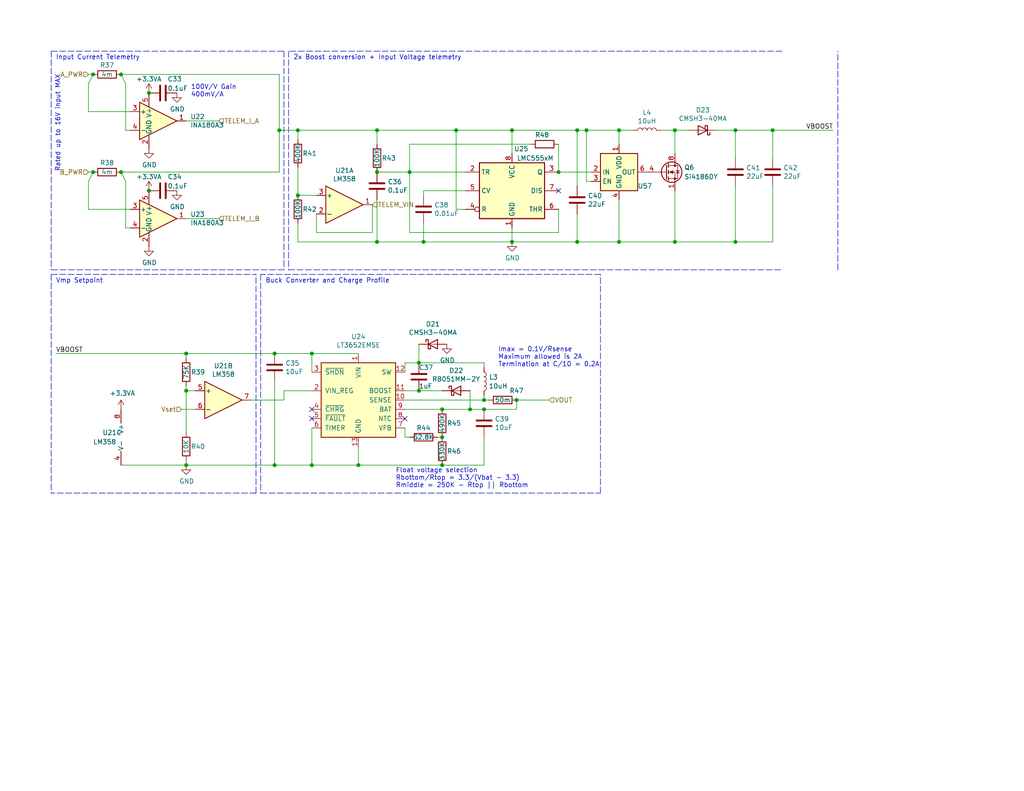
<source format=kicad_sch>
(kicad_sch (version 20211123) (generator eeschema)
  (paper "USLetter")
  (title_block (title "TJ Custom EPS") (rev "0.1") (company "TJHSST Nanosatellite Club") (comment 1 "Buck-Boost MPPT Converter") (comment 2 "Boosts voltage by a factor of two before feeding into an MPPT buck IC") (comment 4 "Engineer: Alan Hsu"))
  (lib_symbols
    (symbol "Amplifier_Current:INA138" (pin_names (offset 0.127))
      (property "Reference" "U" (at 3.81 5.08 0))
      (property "Value" "INA138" (at 3.81 2.54 0))
      (symbol "INA138_0_1"
        (polyline (pts (xy -5.08 5.08) (xy 5.08 0) (xy -5.08 -5.08) (xy -5.08 5.08)) (stroke (width 0.254)) (fill (type background)))
      )
      (symbol "INA138_1_1"
        (pin output line (at 7.62 0 180) (length 2.54) (name "~") (number "1"))
        (pin power_in line (at -2.54 -7.62 90) (length 3.81) (name "GND") (number "2"))
        (pin input line (at -7.62 2.54 0) (length 2.54) (name "+") (number "3"))
        (pin input line (at -7.62 -2.54 0) (length 2.54) (name "-") (number "4"))
        (pin power_in line (at -2.54 7.62 270) (length 3.81) (name "V+") (number "5"))
      )
    )
    (symbol "Amplifier_Operational:LM358" (pin_names (offset 0.127))
      (property "Reference" "U" (at 0 5.08 0))
      (property "Value" "LM358" (at 0 -5.08 0))
      (symbol "LM358_1_1"
        (polyline (pts (xy -5.08 5.08) (xy 5.08 0) (xy -5.08 -5.08) (xy -5.08 5.08)) (stroke (width 0.254)) (fill (type background)))
        (pin output line (at 7.62 0 180) (length 2.54) (name "~") (number "1"))
        (pin input line (at -7.62 -2.54 0) (length 2.54) (name "-") (number "2"))
        (pin input line (at -7.62 2.54 0) (length 2.54) (name "+") (number "3"))
      )
      (symbol "LM358_2_1"
        (polyline (pts (xy -5.08 5.08) (xy 5.08 0) (xy -5.08 -5.08) (xy -5.08 5.08)) (stroke (width 0.254)) (fill (type background)))
        (pin input line (at -7.62 2.54 0) (length 2.54) (name "+") (number "5"))
        (pin input line (at -7.62 -2.54 0) (length 2.54) (name "-") (number "6"))
        (pin output line (at 7.62 0 180) (length 2.54) (name "~") (number "7"))
      )
      (symbol "LM358_3_1"
        (pin power_in line (at -2.54 -7.62 90) (length 3.81) (name "V-") (number "4"))
        (pin power_in line (at -2.54 7.62 270) (length 3.81) (name "V+") (number "8"))
      )
    )
    (symbol "Battery_Management:LT3652EMSE" (pin_names (offset 1.016))
      (property "Reference" "U" (at -8.382 11.43 0))
      (property "Value" "LT3652EMSE" (at 1.778 11.684 0))
      (symbol "LT3652EMSE_0_1"
        (rectangle (start -10.16 10.16) (end 10.16 -10.16) (stroke (width 0.254)) (fill (type background)))
      )
      (symbol "LT3652EMSE_1_1"
        (pin power_in line (at 0 12.7 270) (length 2.54) (name "VIN") (number "1"))
        (pin input line (at 12.7 0 180) (length 2.54) (name "SENSE") (number "10"))
        (pin input line (at 12.7 2.54 180) (length 2.54) (name "BOOST") (number "11"))
        (pin output line (at 12.7 7.62 180) (length 2.54) (name "SW") (number "12"))
        (pin power_in line (at 0 -12.7 90) (length 2.54) (name "GND") (number "13"))
        (pin input line (at -12.7 2.54 0) (length 2.54) (name "VIN_REG") (number "2"))
        (pin input line (at -12.7 7.62 0) (length 2.54) (name "~{SHDN}") (number "3"))
        (pin open_collector line (at -12.7 -2.54 0) (length 2.54) (name "~{CHRG}") (number "4"))
        (pin open_collector line (at -12.7 -5.08 0) (length 2.54) (name "~{FAULT}") (number "5"))
        (pin output line (at -12.7 -7.62 0) (length 2.54) (name "TIMER") (number "6"))
        (pin input line (at 12.7 -7.62 180) (length 2.54) (name "VFB") (number "7"))
        (pin input line (at 12.7 -5.08 180) (length 2.54) (name "NTC") (number "8"))
        (pin output line (at 12.7 -2.54 180) (length 2.54) (name "BAT") (number "9"))
      )
    )
    (symbol "Device:C" (pin_numbers hide) (pin_names (offset 0.254))
      (property "Reference" "C" (at 0.635 2.54 0))
      (property "Value" "C" (at 0.635 -2.54 0))
      (symbol "C_0_1"
        (polyline (pts (xy -2.032 -0.762) (xy 2.032 -0.762)) (stroke (width 0.508)))
        (polyline (pts (xy -2.032 0.762) (xy 2.032 0.762)) (stroke (width 0.508)))
      )
      (symbol "C_1_1"
        (pin passive line (at 0 3.81 270) (length 2.794) (name "~") (number "1"))
        (pin passive line (at 0 -3.81 90) (length 2.794) (name "~") (number "2"))
      )
    )
    (symbol "Device:D_Schottky" (pin_numbers hide) (pin_names (offset 1.016) hide)
      (property "Reference" "D" (at 0 2.54 0))
      (property "Value" "D_Schottky" (at 0 -2.54 0))
      (symbol "D_Schottky_0_1"
        (polyline (pts (xy 1.27 0) (xy -1.27 0)))
        (polyline (pts (xy 1.27 1.27) (xy 1.27 -1.27) (xy -1.27 0) (xy 1.27 1.27)) (stroke (width 0.254)))
        (polyline (pts (xy -1.905 0.635) (xy -1.905 1.27) (xy -1.27 1.27) (xy -1.27 -1.27) (xy -0.635 -1.27) (xy -0.635 -0.635)) (stroke (width 0.254)))
      )
      (symbol "D_Schottky_1_1"
        (pin passive line (at -3.81 0 0) (length 2.54) (name "K") (number "1"))
        (pin passive line (at 3.81 0 180) (length 2.54) (name "A") (number "2"))
      )
    )
    (symbol "Device:L" (pin_numbers hide) (pin_names (offset 1.016) hide)
      (property "Reference" "L" (at -1.27 0 90))
      (property "Value" "L" (at 1.905 0 90))
      (symbol "L_0_1"
        (arc (start 0 -2.54) (mid 0.635 -1.905) (end 0 -1.27))
        (arc (start 0 -1.27) (mid 0.635 -0.635) (end 0 0))
        (arc (start 0 0) (mid 0.635 0.635) (end 0 1.27))
        (arc (start 0 1.27) (mid 0.635 1.905) (end 0 2.54))
      )
      (symbol "L_1_1"
        (pin passive line (at 0 3.81 270) (length 1.27) (name "1") (number "1"))
        (pin passive line (at 0 -3.81 90) (length 1.27) (name "2") (number "2"))
      )
    )
    (symbol "Device:R" (pin_numbers hide) (pin_names (offset 0))
      (property "Reference" "R" (at 2.032 0 90))
      (property "Value" "R" (at 0 0 90))
      (symbol "R_0_1"
        (rectangle (start -1.016 -2.54) (end 1.016 2.54) (stroke (width 0.254)))
      )
      (symbol "R_1_1"
        (pin passive line (at 0 3.81 270) (length 1.27) (name "~") (number "1"))
        (pin passive line (at 0 -3.81 90) (length 1.27) (name "~") (number "2"))
      )
    )
    (symbol "Driver_FET:MCP14A0902xMNY"
      (property "Reference" "U" (at -7.62 8.89 0))
      (property "Value" "MCP14A0902xMNY" (at 1.27 8.89 0))
      (symbol "MCP14A0902xMNY_1_1"
        (rectangle (start -5.08 -5.08) (end 5.08 5.08) (stroke (width 0.254)) (fill (type background)))
        (pin power_in line (at 0 7.62 270) (length 2.54) (name "VDD") (number "1"))
        (pin input line (at -7.62 0 0) (length 2.54) (name "IN") (number "2"))
        (pin input line (at -7.62 -2.54 0) (length 2.54) (name "EN") (number "3"))
        (pin power_in line (at 0 -7.62 90) (length 2.54) (name "GND") (number "4"))
        (pin passive line (at 0 -7.62 90) (length 2.54) hide (name "GND") (number "5"))
        (pin output line (at 7.62 0 180) (length 2.54) (name "OUT") (number "6"))
        (pin passive line (at 7.62 0 180) (length 2.54) hide (name "OUT") (number "7"))
        (pin passive line (at 0 7.62 270) (length 2.54) hide (name "VDD") (number "8"))
        (pin passive line (at 0 -7.62 90) (length 2.54) hide (name "GND") (number "9"))
      )
    )
    (symbol "Timer:LMC555xM"
      (property "Reference" "U" (at -10.16 8.89 0))
      (property "Value" "LMC555xM" (at 2.54 8.89 0))
      (symbol "LMC555xM_0_0"
        (pin power_in line (at 0 -10.16 90) (length 2.54) (name "GND") (number "1"))
        (pin power_in line (at 0 10.16 270) (length 2.54) (name "VCC") (number "8"))
      )
      (symbol "LMC555xM_0_1"
        (rectangle (start -8.89 -7.62) (end 8.89 7.62) (stroke (width 0.254)) (fill (type background)))
        (rectangle (start -8.89 -7.62) (end 8.89 7.62) (stroke (width 0.254)) (fill (type background)))
      )
      (symbol "LMC555xM_1_1"
        (pin input line (at -12.7 5.08 0) (length 3.81) (name "TR") (number "2"))
        (pin output line (at 12.7 5.08 180) (length 3.81) (name "Q") (number "3"))
        (pin input inverted (at -12.7 -5.08 0) (length 3.81) (name "R") (number "4"))
        (pin input line (at -12.7 0 0) (length 3.81) (name "CV") (number "5"))
        (pin input line (at 12.7 -5.08 180) (length 3.81) (name "THR") (number "6"))
        (pin input line (at 12.7 0 180) (length 3.81) (name "DIS") (number "7"))
      )
    )
    (symbol "Transistor_FET:Si4162DY" (pin_names hide)
      (property "Reference" "Q" (at 5.08 2.54 0))
      (property "Value" "Si4162DY" (at 5.08 0 0))
      (symbol "Si4162DY_0_1"
        (polyline (pts (xy 0.254 0) (xy -2.54 0)))
        (polyline (pts (xy 0.254 1.905) (xy 0.254 -1.905)) (stroke (width 0.254)))
        (polyline (pts (xy 0.762 -1.27) (xy 0.762 -2.286)) (stroke (width 0.254)))
        (polyline (pts (xy 0.762 0.508) (xy 0.762 -0.508)) (stroke (width 0.254)))
        (polyline (pts (xy 0.762 2.286) (xy 0.762 1.27)) (stroke (width 0.254)))
        (polyline (pts (xy 2.54 2.54) (xy 2.54 1.778)))
        (polyline (pts (xy 2.54 -2.54) (xy 2.54 0) (xy 0.762 0)))
        (polyline (pts (xy 0.762 -1.778) (xy 3.302 -1.778) (xy 3.302 1.778) (xy 0.762 1.778)))
        (polyline (pts (xy 1.016 0) (xy 2.032 0.381) (xy 2.032 -0.381) (xy 1.016 0)) (fill (type outline)))
        (polyline (pts (xy 2.794 0.508) (xy 2.921 0.381) (xy 3.683 0.381) (xy 3.81 0.254)))
        (polyline (pts (xy 3.302 0.381) (xy 2.921 -0.254) (xy 3.683 -0.254) (xy 3.302 0.381)))
        (circle (center 1.651 0) (radius 2.794) (stroke (width 0.254)))
        (circle (center 2.54 -1.778) (radius 0.254) (fill (type outline)))
        (circle (center 2.54 1.778) (radius 0.254) (fill (type outline)))
      )
      (symbol "Si4162DY_1_1"
        (pin passive line (at 2.54 -5.08 90) (length 2.54) (name "S") (number "1"))
        (pin passive line (at 2.54 -5.08 90) (length 2.54) hide (name "S") (number "2"))
        (pin passive line (at 2.54 -5.08 90) (length 2.54) hide (name "S") (number "3"))
        (pin input line (at -5.08 0 0) (length 2.54) (name "G") (number "4"))
        (pin passive line (at 2.54 5.08 270) (length 2.54) hide (name "D") (number "5"))
        (pin passive line (at 2.54 5.08 270) (length 2.54) hide (name "D") (number "6"))
        (pin passive line (at 2.54 5.08 270) (length 2.54) hide (name "D") (number "7"))
        (pin passive line (at 2.54 5.08 270) (length 2.54) (name "D") (number "8"))
      )
    )
    (symbol "power:+3.3VA" (power) (pin_names (offset 0))
      (property "Value" "+3.3VA" (at 0 3.556 0))
      (symbol "+3.3VA_0_1"
        (polyline (pts (xy -0.762 1.27) (xy 0 2.54)))
        (polyline (pts (xy 0 0) (xy 0 2.54)))
        (polyline (pts (xy 0 2.54) (xy 0.762 1.27)))
      )
      (symbol "+3.3VA_1_1"
        (pin power_in line (at 0 0 90) (length 0) hide (name "+3.3VA") (number "1"))
      )
    )
    (symbol "power:GND" (power) (pin_names (offset 0))
      (property "Value" "GND" (at 0 -3.81 0))
      (symbol "GND_0_1"
        (polyline (pts (xy 0 0) (xy 0 -1.27) (xy 1.27 -1.27) (xy 0 -2.54) (xy -1.27 -1.27) (xy 0 -1.27)))
      )
      (symbol "GND_1_1"
        (pin power_in line (at 0 0 270) (length 0) hide (name "GND") (number "1"))
      )
    )
  )
  (junction (at 25.4 20.32))
  (junction (at 25.4 46.99))
  (junction (at 124.46 35.56))
  (junction (at 152.4 46.99))
  (junction (at 81.28 53.34))
  (junction (at 102.87 35.56))
  (junction (at 120.65 127))
  (junction (at 157.48 35.56))
  (junction (at 74.93 96.52))
  (junction (at 85.09 96.52))
  (junction (at 139.7 35.56))
  (junction (at 168.91 66.04))
  (junction (at 132.08 111.76))
  (junction (at 81.28 35.56))
  (junction (at 160.02 35.56))
  (junction (at 115.57 66.04))
  (junction (at 132.08 109.22))
  (junction (at 102.87 46.99))
  (junction (at 168.91 35.56))
  (junction (at 120.65 119.38))
  (junction (at 50.8 106.68))
  (junction (at 140.97 109.22))
  (junction (at 111.76 46.99))
  (junction (at 210.82 35.56))
  (junction (at 114.3 106.68))
  (junction (at 200.66 66.04))
  (junction (at 120.65 111.76))
  (junction (at 200.66 35.56))
  (junction (at 184.15 66.04))
  (junction (at 97.79 127))
  (junction (at 40.64 52.07))
  (junction (at 139.7 66.04))
  (junction (at 114.3 99.06))
  (junction (at 184.15 35.56))
  (junction (at 85.09 127))
  (junction (at 102.87 66.04))
  (junction (at 128.27 111.76))
  (junction (at 40.64 25.4))
  (junction (at 33.02 20.32))
  (junction (at 33.02 46.99))
  (junction (at 74.93 127))
  (junction (at 157.48 66.04))
  (junction (at 50.8 96.52))
  (junction (at 76.2 35.56))
  (junction (at 50.8 127))
  (no_connect (at 85.09 114.3))
  (no_connect (at 85.09 111.76))
  (no_connect (at 152.4 52.07))
  (no_connect (at 110.49 114.3))
  (wire (pts (xy 33.02 20.32) (xy 76.2 20.32)))
  (wire (pts (xy 77.47 109.22) (xy 77.47 106.68)))
  (wire (pts (xy 132.08 109.22) (xy 132.08 107.95)))
  (polyline (pts (xy 228.6 73.66) (xy 228.6 13.97)))
  (wire (pts (xy 114.3 99.06) (xy 132.08 99.06)))
  (wire (pts (xy 33.02 127) (xy 50.8 127)))
  (wire (pts (xy 102.87 66.04) (xy 115.57 66.04)))
  (wire (pts (xy 124.46 57.15) (xy 127 57.15)))
  (wire (pts (xy 157.48 35.56) (xy 157.48 50.8)))
  (polyline (pts (xy 213.36 13.97) (xy 78.74 13.97)))
  (wire (pts (xy 157.48 66.04) (xy 168.91 66.04)))
  (wire (pts (xy 157.48 66.04) (xy 157.48 58.42)))
  (wire (pts (xy 152.4 46.99) (xy 161.29 46.99)))
  (wire (pts (xy 132.08 111.76) (xy 140.97 111.76)))
  (wire (pts (xy 81.28 66.04) (xy 102.87 66.04)))
  (polyline (pts (xy 69.85 134.62) (xy 13.97 134.62)))
  (wire (pts (xy 152.4 46.99) (xy 152.4 39.37)))
  (wire (pts (xy 68.58 109.22) (xy 77.47 109.22)))
  (wire (pts (xy 76.2 20.32) (xy 76.2 35.56)))
  (wire (pts (xy 50.8 106.68) (xy 53.34 106.68)))
  (wire (pts (xy 81.28 38.1) (xy 81.28 35.56)))
  (wire (pts (xy 24.13 30.48) (xy 35.56 30.48)))
  (wire (pts (xy 200.66 66.04) (xy 200.66 50.8)))
  (wire (pts (xy 128.27 111.76) (xy 132.08 111.76)))
  (wire (pts (xy 111.76 46.99) (xy 111.76 63.5)))
  (wire (pts (xy 33.02 46.99) (xy 76.2 46.99)))
  (wire (pts (xy 200.66 66.04) (xy 210.82 66.04)))
  (polyline (pts (xy 13.97 74.93) (xy 13.97 134.62)))
  (wire (pts (xy 101.6 63.5) (xy 101.6 55.88)))
  (wire (pts (xy 34.29 62.23) (xy 35.56 62.23)))
  (wire (pts (xy 139.7 35.56) (xy 124.46 35.56)))
  (wire (pts (xy 111.76 46.99) (xy 102.87 46.99)))
  (wire (pts (xy 25.4 20.32) (xy 24.13 20.32)))
  (wire (pts (xy 50.8 125.73) (xy 50.8 127)))
  (wire (pts (xy 168.91 35.56) (xy 160.02 35.56)))
  (wire (pts (xy 133.35 109.22) (xy 132.08 109.22)))
  (polyline (pts (xy 69.85 134.62) (xy 69.85 74.93)))
  (wire (pts (xy 81.28 35.56) (xy 102.87 35.56)))
  (wire (pts (xy 50.8 59.69) (xy 59.69 59.69)))
  (wire (pts (xy 144.78 39.37) (xy 111.76 39.37)))
  (wire (pts (xy 124.46 35.56) (xy 124.46 57.15)))
  (wire (pts (xy 50.8 97.79) (xy 50.8 96.52)))
  (wire (pts (xy 200.66 35.56) (xy 195.58 35.56)))
  (wire (pts (xy 85.09 96.52) (xy 97.79 96.52)))
  (wire (pts (xy 25.4 20.32) (xy 24.13 22.86)))
  (wire (pts (xy 86.36 63.5) (xy 101.6 63.5)))
  (wire (pts (xy 111.76 119.38) (xy 110.49 119.38)))
  (wire (pts (xy 34.29 22.86) (xy 34.29 35.56)))
  (wire (pts (xy 114.3 99.06) (xy 114.3 93.98)))
  (wire (pts (xy 161.29 49.53) (xy 160.02 49.53)))
  (wire (pts (xy 114.3 106.68) (xy 120.65 106.68)))
  (wire (pts (xy 160.02 35.56) (xy 157.48 35.56)))
  (wire (pts (xy 77.47 106.68) (xy 85.09 106.68)))
  (wire (pts (xy 53.34 111.76) (xy 49.53 111.76)))
  (wire (pts (xy 85.09 101.6) (xy 85.09 96.52)))
  (wire (pts (xy 115.57 53.34) (xy 115.57 52.07)))
  (wire (pts (xy 110.49 109.22) (xy 132.08 109.22)))
  (wire (pts (xy 139.7 66.04) (xy 157.48 66.04)))
  (wire (pts (xy 115.57 60.96) (xy 115.57 66.04)))
  (wire (pts (xy 210.82 43.18) (xy 210.82 35.56)))
  (wire (pts (xy 15.24 96.52) (xy 50.8 96.52)))
  (wire (pts (xy 132.08 100.33) (xy 132.08 99.06)))
  (wire (pts (xy 128.27 106.68) (xy 128.27 111.76)))
  (wire (pts (xy 200.66 43.18) (xy 200.66 35.56)))
  (wire (pts (xy 139.7 41.91) (xy 139.7 35.56)))
  (wire (pts (xy 24.13 57.15) (xy 35.56 57.15)))
  (wire (pts (xy 50.8 33.02) (xy 59.69 33.02)))
  (wire (pts (xy 168.91 35.56) (xy 172.72 35.56)))
  (polyline (pts (xy 13.97 74.93) (xy 69.85 74.93)))
  (wire (pts (xy 50.8 127) (xy 74.93 127)))
  (wire (pts (xy 120.65 127) (xy 132.08 127)))
  (wire (pts (xy 50.8 96.52) (xy 74.93 96.52)))
  (wire (pts (xy 97.79 127) (xy 85.09 127)))
  (polyline (pts (xy 163.83 134.62) (xy 163.83 74.93)))
  (wire (pts (xy 25.4 46.99) (xy 24.13 46.99)))
  (wire (pts (xy 210.82 35.56) (xy 200.66 35.56)))
  (polyline (pts (xy 71.12 74.93) (xy 71.12 134.62)))
  (wire (pts (xy 85.09 96.52) (xy 74.93 96.52)))
  (wire (pts (xy 110.49 99.06) (xy 110.49 101.6)))
  (wire (pts (xy 81.28 60.96) (xy 81.28 66.04)))
  (wire (pts (xy 81.28 45.72) (xy 81.28 53.34)))
  (wire (pts (xy 152.4 63.5) (xy 152.4 57.15)))
  (wire (pts (xy 50.8 105.41) (xy 50.8 106.68)))
  (wire (pts (xy 81.28 35.56) (xy 76.2 35.56)))
  (wire (pts (xy 34.29 35.56) (xy 35.56 35.56)))
  (polyline (pts (xy 78.74 73.66) (xy 213.36 73.66)))
  (wire (pts (xy 34.29 49.53) (xy 33.02 46.99)))
  (wire (pts (xy 184.15 41.91) (xy 184.15 35.56)))
  (wire (pts (xy 24.13 22.86) (xy 24.13 30.48)))
  (polyline (pts (xy 78.74 13.97) (xy 78.74 73.66)))
  (wire (pts (xy 168.91 66.04) (xy 184.15 66.04)))
  (polyline (pts (xy 163.83 74.93) (xy 71.12 74.93)))
  (wire (pts (xy 120.65 127) (xy 97.79 127)))
  (wire (pts (xy 120.65 119.38) (xy 119.38 119.38)))
  (wire (pts (xy 120.65 111.76) (xy 110.49 111.76)))
  (wire (pts (xy 168.91 54.61) (xy 168.91 66.04)))
  (wire (pts (xy 140.97 111.76) (xy 140.97 109.22)))
  (wire (pts (xy 114.3 99.06) (xy 110.49 99.06)))
  (wire (pts (xy 139.7 66.04) (xy 115.57 66.04)))
  (wire (pts (xy 25.4 46.99) (xy 24.13 49.53)))
  (wire (pts (xy 85.09 127) (xy 74.93 127)))
  (wire (pts (xy 34.29 22.86) (xy 33.02 20.32)))
  (polyline (pts (xy 71.12 134.62) (xy 163.83 134.62)))
  (wire (pts (xy 34.29 49.53) (xy 34.29 62.23)))
  (wire (pts (xy 139.7 62.23) (xy 139.7 66.04)))
  (wire (pts (xy 110.49 106.68) (xy 114.3 106.68)))
  (polyline (pts (xy 13.97 13.97) (xy 13.97 73.66)))
  (wire (pts (xy 168.91 39.37) (xy 168.91 35.56)))
  (wire (pts (xy 115.57 52.07) (xy 127 52.07)))
  (wire (pts (xy 76.2 35.56) (xy 76.2 46.99)))
  (wire (pts (xy 210.82 35.56) (xy 227.33 35.56)))
  (wire (pts (xy 102.87 54.61) (xy 102.87 66.04)))
  (wire (pts (xy 110.49 119.38) (xy 110.49 116.84)))
  (wire (pts (xy 74.93 104.14) (xy 74.93 127)))
  (wire (pts (xy 139.7 35.56) (xy 157.48 35.56)))
  (wire (pts (xy 140.97 109.22) (xy 149.86 109.22)))
  (wire (pts (xy 24.13 49.53) (xy 24.13 57.15)))
  (polyline (pts (xy 13.97 13.97) (xy 77.47 13.97)))
  (wire (pts (xy 132.08 127) (xy 132.08 119.38)))
  (wire (pts (xy 184.15 52.07) (xy 184.15 66.04)))
  (wire (pts (xy 111.76 39.37) (xy 111.76 46.99)))
  (wire (pts (xy 86.36 53.34) (xy 81.28 53.34)))
  (wire (pts (xy 120.65 111.76) (xy 128.27 111.76)))
  (wire (pts (xy 210.82 66.04) (xy 210.82 50.8)))
  (polyline (pts (xy 77.47 73.66) (xy 13.97 73.66)))
  (wire (pts (xy 184.15 35.56) (xy 180.34 35.56)))
  (wire (pts (xy 184.15 66.04) (xy 200.66 66.04)))
  (wire (pts (xy 102.87 35.56) (xy 124.46 35.56)))
  (wire (pts (xy 111.76 63.5) (xy 152.4 63.5)))
  (wire (pts (xy 86.36 58.42) (xy 86.36 63.5)))
  (wire (pts (xy 127 46.99) (xy 111.76 46.99)))
  (wire (pts (xy 50.8 106.68) (xy 50.8 118.11)))
  (wire (pts (xy 160.02 49.53) (xy 160.02 35.56)))
  (wire (pts (xy 187.96 35.56) (xy 184.15 35.56)))
  (wire (pts (xy 97.79 121.92) (xy 97.79 127)))
  (wire (pts (xy 85.09 116.84) (xy 85.09 127)))
  (polyline (pts (xy 77.47 13.97) (xy 77.47 73.66)))
  (wire (pts (xy 102.87 39.37) (xy 102.87 35.56)))
  (text "2x Boost conversion + Input Voltage telemetry" (at 80.01 16.51 0) (effects (font (size 1.27 1.27)) (justify left bottom)))
  (text "Buck Converter and Charge Profile" (at 72.39 77.47 0) (effects (font (size 1.27 1.27)) (justify left bottom)))
  (text "Rated up to 16V input MAX" (at 16.51 46.99 90) (effects (font (size 1.27 1.27)) (justify left bottom)))
  (text "Float voltage selection\nRbottom/Rtop = 3.3/(Vbat - 3.3)\nRmiddle = 250K - Rtop || Rbottom\n" (at 107.95 133.35 0) (effects (font (size 1.27 1.27)) (justify left bottom)))
  (text "Imax = 0.1V/Rsense\nMaximum allowed is 2A\nTermination at C/10 = 0.2A" (at 135.89 100.33 0) (effects (font (size 1.27 1.27)) (justify left bottom)))
  (text "Input Current Telemetry" (at 15.24 16.51 0) (effects (font (size 1.27 1.27)) (justify left bottom)))
  (text "100V/V Gain\n400mV/A" (at 52.07 26.67 0) (effects (font (size 1.27 1.27)) (justify left bottom)))
  (text "Vmp Setpoint" (at 15.24 77.47 0) (effects (font (size 1.27 1.27)) (justify left bottom)))
  (label "VBOOST" (at 227.33 35.56 180))
  (label "VBOOST" (at 15.24 96.52 0))
  (hierarchical_label "TELEM_I_B" (shape input) (at 59.69 59.69 0))
  (hierarchical_label "Vset" (shape input) (at 49.53 111.76 180))
  (hierarchical_label "TELEM_I_A" (shape input) (at 59.69 33.02 0))
  (hierarchical_label "B_PWR" (shape input) (at 24.13 46.99 180))
  (hierarchical_label "VOUT" (shape input) (at 149.86 109.22 0))
  (hierarchical_label "TELEM_VIN" (shape input) (at 101.6 55.88 0))
  (hierarchical_label "A_PWR" (shape input) (at 24.13 20.32 180))
  (symbol (lib_id "Timer:LMC555xM") (at 139.7 52.07 0) (unit 1)
    (property "Reference" "U25" (at 142.24 40.64 0))
    (property "Value" "LMC555xM" (at 146.05 43.18 0))
    (property "Footprint" "Package_SO:SOIC-8_3.9x4.9mm_P1.27mm" (effects hide))
    (property "Datasheet" "http://www.ti.com/lit/ds/symlink/lmc555.pdf" (effects hide))
  )
  (symbol (lib_id "Device:R") (at 148.59 39.37 90) (unit 1)
    (property "Reference" "R48" (at 149.86 36.83 90) (effects (justify left)))
  )
  (symbol (lib_id "Device:C") (at 102.87 50.8 0) (unit 1)
    (property "Reference" "C36" (at 105.791 49.6316 0) (effects (justify left)))
    (property "Value" "0.1uF" (at 105.791 51.943 0) (effects (justify left)))
    (property "Footprint" "Capacitor_SMD:C_0805_2012Metric" (effects hide))
  )
  (symbol (lib_id "Device:C") (at 115.57 57.15 0) (unit 1)
    (property "Reference" "C38" (at 118.491 55.9816 0) (effects (justify left)))
    (property "Value" "0.01uF" (at 118.491 58.293 0) (effects (justify left)))
    (property "Footprint" "Capacitor_SMD:C_0805_2012Metric" (effects hide))
  )
  (symbol (lib_id "Device:R") (at 102.87 43.18 0) (unit 1)
    (property "Reference" "R43" (at 104.14 43.18 0) (effects (justify left)))
    (property "Value" "100K" (at 102.87 43.18 90))
    (property "Footprint" "Resistor_SMD:R_0805_2012Metric" (effects hide))
  )
  (symbol (lib_id "Device:L") (at 176.53 35.56 90) (unit 1)
    (property "Reference" "L4" (at 176.53 30.734 90))
    (property "Value" "10uH" (at 176.53 33.0454 90))
    (property "Footprint" "Inductor_SMD:L_AVX_LMLP07A7" (effects hide))
  )
  (symbol (lib_id "Device:D_Schottky") (at 191.77 35.56 180) (unit 1)
    (property "Reference" "D23" (at 191.77 30.0482 0))
    (property "Value" "CMSH3-40MA" (at 191.77 32.3596 0))
    (property "Footprint" "Diode_SMD:D_SMA" (effects hide))
  )
  (symbol (lib_id "Transistor_FET:Si4162DY") (at 181.61 46.99 0) (unit 1)
    (property "Reference" "Q6" (at 186.69 45.72 0) (effects (justify left)))
    (property "Value" "Si4186DY" (at 186.69 48.26 0) (effects (justify left)))
    (property "Footprint" "Package_SO:SOIC-8_3.9x4.9mm_P1.27mm" (effects hide))
    (property "Datasheet" "http://www.vishay.com/docs/68967/si4162dy.pdf" (effects hide))
  )
  (symbol (lib_id "power:GND") (at 139.7 66.04 0) (unit 1)
    (property "Reference" "#PWR077" (effects hide))
    (property "Value" "GND" (at 139.827 70.4342 0))
  )
  (symbol (lib_id "Battery_Management:LT3652EMSE") (at 97.79 109.22 0) (unit 1)
    (property "Reference" "U24" (at 97.79 91.9226 0))
    (property "Value" "LT3652EMSE" (at 97.79 94.234 0))
    (property "Footprint" "Package_SO:MSOP-12-1EP_3x4mm_P0.65mm_EP1.65x2.85mm" (effects hide))
    (property "Datasheet" "https://www.analog.com/media/en/technical-documentation/data-sheets/3652fe.pdf" (effects hide))
  )
  (symbol (lib_id "Amplifier_Operational:LM358") (at 93.98 55.88 0) (unit 1)
    (property "Reference" "U21" (at 93.98 46.5582 0))
    (property "Value" "LM358" (at 93.98 48.8696 0))
    (property "Footprint" "Package_SO:SO-8_3.9x4.9mm_P1.27mm" (effects hide))
    (property "Datasheet" "http://www.ti.com/lit/ds/symlink/lm2904-n.pdf" (effects hide))
  )
  (symbol (lib_id "Amplifier_Operational:LM358") (at 60.96 109.22 0) (unit 2)
    (property "Reference" "U21" (at 60.96 99.8982 0))
    (property "Value" "LM358" (at 60.96 102.2096 0))
    (property "Footprint" "Package_SO:SO-8_3.9x4.9mm_P1.27mm" (effects hide))
    (property "Datasheet" "http://www.ti.com/lit/ds/symlink/lm2904-n.pdf" (effects hide))
  )
  (symbol (lib_id "Amplifier_Operational:LM358") (at 35.56 119.38 0) (unit 3)
    (property "Reference" "U21" (at 27.94 118.11 0) (effects (justify left)))
    (property "Value" "LM358" (at 25.4 120.65 0) (effects (justify left)))
    (property "Footprint" "Package_SO:SO-8_3.9x4.9mm_P1.27mm" (effects hide))
    (property "Datasheet" "http://www.ti.com/lit/ds/symlink/lm2904-n.pdf" (effects hide))
  )
  (symbol (lib_id "Device:R") (at 50.8 101.6 0) (unit 1)
    (property "Reference" "R39" (at 52.07 101.6 0) (effects (justify left)))
    (property "Value" "75K" (at 50.8 101.6 90))
    (property "Footprint" "Resistor_SMD:R_0805_2012Metric" (effects hide))
  )
  (symbol (lib_id "Device:R") (at 50.8 121.92 0) (unit 1)
    (property "Reference" "R40" (at 52.07 121.92 0) (effects (justify left)))
    (property "Value" "10K" (at 50.8 121.92 90))
    (property "Footprint" "Resistor_SMD:R_0805_2012Metric" (effects hide))
  )
  (symbol (lib_id "power:GND") (at 50.8 127 0) (unit 1)
    (property "Reference" "#PWR075" (effects hide))
    (property "Value" "GND" (at 50.927 131.3942 0))
  )
  (symbol (lib_id "Device:C") (at 74.93 100.33 0) (unit 1)
    (property "Reference" "C35" (at 77.851 99.1616 0) (effects (justify left)))
    (property "Value" "10uF" (at 77.851 101.473 0) (effects (justify left)))
    (property "Footprint" "Capacitor_SMD:C_0805_2012Metric" (effects hide))
  )
  (symbol (lib_id "Device:R") (at 115.57 119.38 270) (unit 1)
    (property "Reference" "R44" (at 115.57 116.84 90))
    (property "Value" "52.8K" (at 115.57 119.38 90))
    (property "Footprint" "Resistor_SMD:R_0805_2012Metric" (effects hide))
  )
  (symbol (lib_id "Device:R") (at 120.65 123.19 180) (unit 1)
    (property "Reference" "R46" (at 121.92 123.19 0) (effects (justify right)))
    (property "Value" "330K" (at 120.65 123.19 90))
    (property "Footprint" "Resistor_SMD:R_0805_2012Metric" (effects hide))
  )
  (symbol (lib_id "Device:R") (at 120.65 115.57 180) (unit 1)
    (property "Reference" "R45" (at 121.92 115.57 0) (effects (justify right)))
    (property "Value" "490K" (at 120.65 115.57 90))
    (property "Footprint" "Resistor_SMD:R_0805_2012Metric" (effects hide))
  )
  (symbol (lib_id "Device:D_Schottky") (at 124.46 106.68 0) (unit 1)
    (property "Reference" "D22" (at 124.46 101.1682 0))
    (property "Value" "RB051MM-2Y" (at 124.46 103.4796 0))
    (property "Footprint" "Diode_SMD:D_SOD-123F" (effects hide))
  )
  (symbol (lib_id "Device:C") (at 114.3 102.87 0) (unit 1)
    (property "Reference" "C37" (at 114.3 100.33 0) (effects (justify left)))
    (property "Value" "1uF" (at 114.3 105.41 0) (effects (justify left)))
    (property "Footprint" "Capacitor_SMD:C_0805_2012Metric" (effects hide))
  )
  (symbol (lib_id "Device:D_Schottky") (at 118.11 93.98 0) (unit 1)
    (property "Reference" "D21" (at 118.11 88.4682 0))
    (property "Value" "CMSH3-40MA" (at 118.11 90.7796 0))
    (property "Footprint" "Diode_SMD:D_SMA" (effects hide))
  )
  (symbol (lib_id "power:GND") (at 121.92 93.98 0) (unit 1)
    (property "Reference" "#PWR076" (effects hide))
    (property "Value" "GND" (at 122.047 98.3742 0))
  )
  (symbol (lib_id "Device:L") (at 132.08 104.14 0) (unit 1)
    (property "Reference" "L3" (at 133.4262 102.9716 0) (effects (justify left)))
    (property "Value" "10uH" (at 133.35 105.41 0) (effects (justify left)))
    (property "Footprint" "Inductor_SMD:L_AVX_LMLP07A7" (effects hide))
  )
  (symbol (lib_id "Device:R") (at 137.16 109.22 270) (unit 1)
    (property "Reference" "R47" (at 140.97 106.68 90))
    (property "Value" "50m" (at 137.16 109.22 90))
    (property "Footprint" "Resistor_SMD:R_2512_6332Metric" (effects hide))
  )
  (symbol (lib_id "Device:C") (at 132.08 115.57 0) (unit 1)
    (property "Reference" "C39" (at 135.001 114.4016 0) (effects (justify left)))
    (property "Value" "10uF" (at 135.001 116.713 0) (effects (justify left)))
    (property "Footprint" "Capacitor_SMD:C_0805_2012Metric" (effects hide))
  )
  (symbol (lib_id "Device:C") (at 157.48 54.61 0) (unit 1)
    (property "Reference" "C40" (at 160.401 53.4416 0) (effects (justify left)))
    (property "Value" "22uF" (at 160.401 55.753 0) (effects (justify left)))
    (property "Footprint" "Capacitor_SMD:C_2220_5650Metric" (effects hide))
  )
  (symbol (lib_id "Device:C") (at 200.66 46.99 0) (unit 1)
    (property "Reference" "C41" (at 203.581 45.8216 0) (effects (justify left)))
    (property "Value" "22uF" (at 203.581 48.133 0) (effects (justify left)))
    (property "Footprint" "Capacitor_SMD:C_2220_5650Metric" (effects hide))
  )
  (symbol (lib_id "Device:C") (at 210.82 46.99 0) (unit 1)
    (property "Reference" "C42" (at 213.741 45.8216 0) (effects (justify left)))
    (property "Value" "22uF" (at 213.741 48.133 0) (effects (justify left)))
    (property "Footprint" "Capacitor_SMD:C_2220_5650Metric" (effects hide))
  )
  (symbol (lib_id "Device:R") (at 81.28 41.91 0) (unit 1)
    (property "Reference" "R41" (at 82.55 41.91 0) (effects (justify left)))
    (property "Value" "400K" (at 81.28 44.45 90) (effects (justify left)))
    (property "Footprint" "Resistor_SMD:R_0805_2012Metric" (effects hide))
  )
  (symbol (lib_id "Device:R") (at 81.28 57.15 0) (unit 1)
    (property "Reference" "R42" (at 82.55 57.15 0) (effects (justify left)))
    (property "Value" "100K" (at 81.28 59.69 90) (effects (justify left)))
    (property "Footprint" "Resistor_SMD:R_0805_2012Metric" (effects hide))
  )
  (symbol (lib_id "power:GND") (at 40.64 40.64 0) (unit 1)
    (property "Reference" "#PWR070" (effects hide))
    (property "Value" "GND" (at 40.767 45.0342 0))
  )
  (symbol (lib_id "Device:R") (at 29.21 20.32 270) (unit 1)
    (property "Reference" "R37" (at 29.21 17.78 90))
    (property "Value" "4m" (at 29.21 20.32 90))
    (property "Footprint" "Resistor_SMD:R_1206_3216Metric" (effects hide))
  )
  (symbol (lib_id "Amplifier_Current:INA138") (at 43.18 33.02 0) (unit 1)
    (property "Reference" "U22" (at 51.9176 31.8516 0) (effects (justify left)))
    (property "Value" "INA180A3" (at 51.9176 34.163 0) (effects (justify left)))
    (property "Footprint" "Package_TO_SOT_SMD:SOT-23-5" (effects hide))
    (property "Datasheet" "http://www.ti.com/lit/ds/symlink/ina138.pdf" (effects hide))
  )
  (symbol (lib_id "Device:C") (at 44.45 25.4 90) (unit 1)
    (property "Reference" "C33" (at 45.72 21.59 90) (effects (justify right)))
    (property "Value" "0.1uF" (at 45.72 24.13 90) (effects (justify right)))
    (property "Footprint" "Capacitor_SMD:C_0603_1608Metric" (effects hide))
  )
  (symbol (lib_id "power:GND") (at 48.26 25.4 0) (unit 1)
    (property "Reference" "#PWR073" (effects hide))
    (property "Value" "GND" (at 48.387 29.7942 0))
  )
  (symbol (lib_id "power:+3.3VA") (at 40.64 25.4 0) (unit 1)
    (property "Reference" "#PWR069" (effects hide))
    (property "Value" "+3.3VA" (at 40.64 21.59 0))
  )
  (symbol (lib_id "power:GND") (at 40.64 67.31 0) (unit 1)
    (property "Reference" "#PWR072" (effects hide))
    (property "Value" "GND" (at 40.767 71.7042 0))
  )
  (symbol (lib_id "Device:R") (at 29.21 46.99 270) (unit 1)
    (property "Reference" "R38" (at 29.21 44.45 90))
    (property "Value" "4m" (at 29.21 46.99 90))
    (property "Footprint" "Resistor_SMD:R_1206_3216Metric" (effects hide))
  )
  (symbol (lib_id "Amplifier_Current:INA138") (at 43.18 59.69 0) (unit 1)
    (property "Reference" "U23" (at 51.9176 58.5216 0) (effects (justify left)))
    (property "Value" "INA180A3" (at 51.9176 60.833 0) (effects (justify left)))
    (property "Footprint" "Package_TO_SOT_SMD:SOT-23-5" (effects hide))
    (property "Datasheet" "http://www.ti.com/lit/ds/symlink/ina138.pdf" (effects hide))
  )
  (symbol (lib_id "Device:C") (at 44.45 52.07 90) (unit 1)
    (property "Reference" "C34" (at 45.72 48.26 90) (effects (justify right)))
    (property "Value" "0.1uF" (at 45.72 50.8 90) (effects (justify right)))
    (property "Footprint" "Capacitor_SMD:C_0603_1608Metric" (effects hide))
  )
  (symbol (lib_id "power:GND") (at 48.26 52.07 0) (unit 1)
    (property "Reference" "#PWR074" (effects hide))
    (property "Value" "GND" (at 48.387 56.4642 0))
  )
  (symbol (lib_id "power:+3.3VA") (at 40.64 52.07 0) (unit 1)
    (property "Reference" "#PWR071" (effects hide))
    (property "Value" "+3.3VA" (at 40.64 48.26 0))
  )
  (symbol (lib_id "power:+3.3VA") (at 33.02 111.76 0) (unit 1)
    (property "Reference" "#PWR068" (effects hide))
    (property "Value" "+3.3VA" (at 33.401 107.3658 0))
  )
  (symbol (lib_id "Driver_FET:MCP14A0902xMNY") (at 168.91 46.99 0) (unit 1)
    (property "Reference" "U57" (at 173.99 50.8 0) (effects (justify left)))
    (property "Datasheet" "http://ww1.microchip.com/downloads/en/DeviceDoc/MCP14A0901_2-Data-Sheet-20006183A.pdf" (effects hide))
  )
)
</source>
